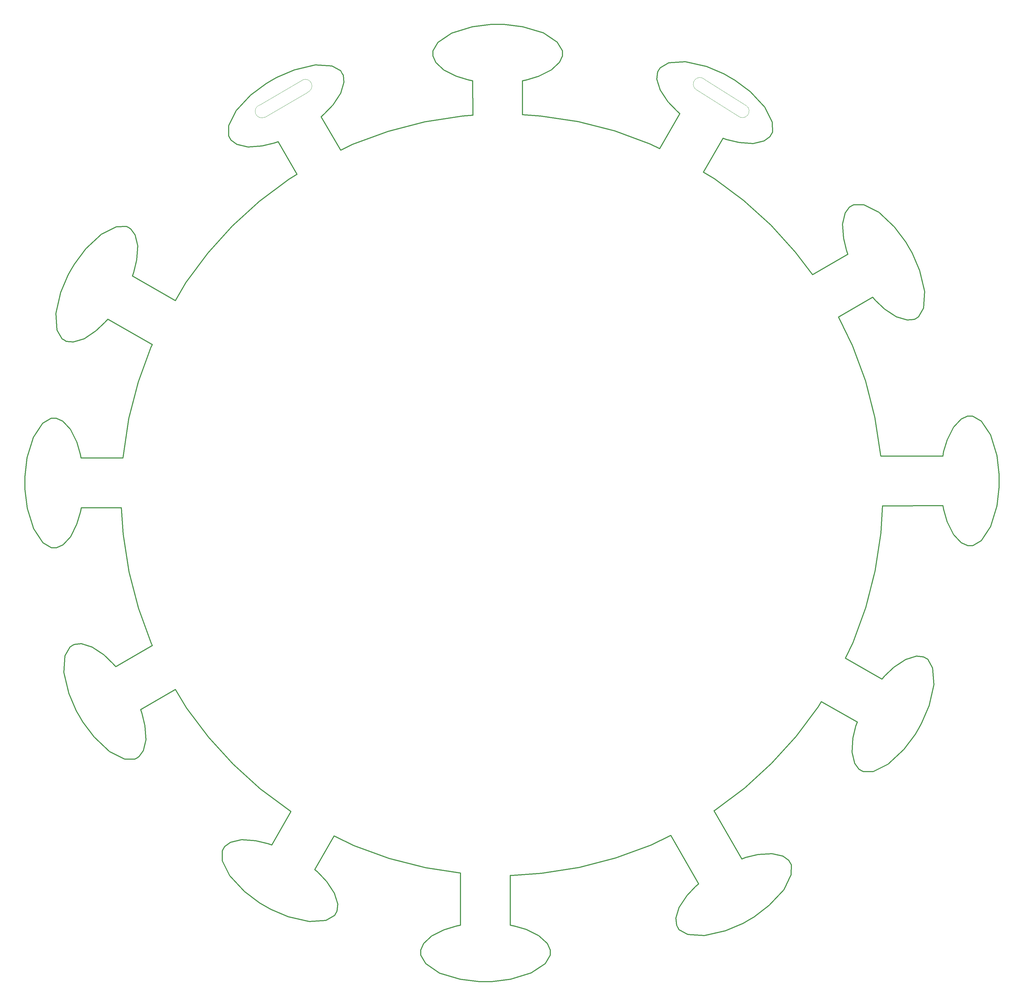
<source format=gm1>
%TF.GenerationSoftware,KiCad,Pcbnew,(5.1.9)-1*%
%TF.CreationDate,2021-07-16T12:39:06-07:00*%
%TF.ProjectId,CoronaBadge1,436f726f-6e61-4426-9164-6765312e6b69,rev?*%
%TF.SameCoordinates,Original*%
%TF.FileFunction,Profile,NP*%
%FSLAX46Y46*%
G04 Gerber Fmt 4.6, Leading zero omitted, Abs format (unit mm)*
G04 Created by KiCad (PCBNEW (5.1.9)-1) date 2021-07-16 12:39:06*
%MOMM*%
%LPD*%
G01*
G04 APERTURE LIST*
%TA.AperFunction,Profile*%
%ADD10C,0.050000*%
%TD*%
%TA.AperFunction,Profile*%
%ADD11C,0.312500*%
%TD*%
G04 APERTURE END LIST*
D10*
X131276806Y-58759461D02*
X117534427Y-66778846D01*
X129683781Y-54817426D02*
X115823193Y-62890543D01*
X117534427Y-66778846D02*
G75*
G02*
X115823193Y-62890543I-938464J1907691D01*
G01*
X129683786Y-54817425D02*
G75*
G02*
X131276805Y-58759459I820253J-1961422D01*
G01*
X255238950Y-57833260D02*
X268800000Y-66400000D01*
X271458807Y-63086701D02*
G75*
G02*
X268800000Y-66400000I-1258808J-1713300D01*
G01*
X255238950Y-57833260D02*
G75*
G02*
X257999999Y-54600001I1361050J1633260D01*
G01*
X258000000Y-54600000D02*
X271458807Y-63086701D01*
D11*
X99358145Y-110166049D02*
X107197980Y-101514110D01*
X92363867Y-119540803D02*
X99358145Y-110166049D01*
X278734398Y-318738791D02*
X283424450Y-313707582D01*
X264786765Y-326816262D02*
X270389047Y-324426823D01*
X256233556Y-311817905D02*
X255225302Y-312682936D01*
X315662307Y-245370823D02*
X314797568Y-246384037D01*
X285771206Y-308907069D02*
X285810325Y-305726437D01*
X314797568Y-246384037D02*
X303126185Y-239667721D01*
X270389047Y-324426823D02*
X272132900Y-323417147D01*
X275138740Y-302478667D02*
X271231759Y-303410078D01*
X279628752Y-302181499D02*
X275138740Y-302478667D01*
X283138015Y-302989501D02*
X279628752Y-302181499D01*
X285005705Y-304334545D02*
X283138015Y-302989501D01*
X272132900Y-323417147D02*
X273872972Y-322407009D01*
X249523308Y-325695076D02*
X249977442Y-326481671D01*
X329444875Y-240084237D02*
X328658689Y-239633818D01*
X325761905Y-239050124D02*
X322317904Y-240105296D01*
X285356200Y-304939779D02*
X285005705Y-304334545D01*
X252756731Y-328029990D02*
X258088623Y-328382038D01*
X285810325Y-305726437D02*
X285356200Y-304939779D01*
X273872972Y-322407009D02*
X278734398Y-318738791D01*
X252471393Y-315607727D02*
X249977532Y-319354756D01*
X258088623Y-328382038D02*
X264786765Y-326816262D01*
X249977442Y-326481671D02*
X252756731Y-328029990D01*
X331368078Y-248188686D02*
X331003172Y-242860935D01*
X249172822Y-325089779D02*
X249523308Y-325695076D01*
X318578518Y-242611253D02*
X315662307Y-245370823D01*
X328658689Y-239633818D02*
X328050060Y-239285028D01*
X248934432Y-322802727D02*
X249172822Y-325089779D01*
X249977532Y-319354756D02*
X248934432Y-322802727D01*
X255225302Y-312682936D02*
X252471393Y-315607727D01*
X247293592Y-296379923D02*
X256233556Y-311817905D01*
X328050060Y-239285028D02*
X325761905Y-239050124D01*
X331003172Y-242860935D02*
X329444875Y-240084237D01*
X247293592Y-296379923D02*
X247293592Y-296379923D01*
X322317904Y-240105296D02*
X318578518Y-242611253D01*
X329822402Y-254895156D02*
X331368078Y-248188686D01*
X283424450Y-313707582D02*
X285771206Y-308907069D01*
X104753495Y-299897143D02*
X104408296Y-300503002D01*
X134557706Y-308160725D02*
X133546964Y-307296650D01*
X115934903Y-317935766D02*
X117683837Y-318940787D01*
X131739887Y-323866181D02*
X137070808Y-323501524D01*
X118526180Y-298936179D02*
X114615555Y-298013114D01*
X125924795Y-288701341D02*
X119782596Y-299375259D01*
X119782596Y-299375259D02*
X118526180Y-298936179D01*
X167355949Y-333032030D02*
X167355534Y-333731042D01*
X201147093Y-326431059D02*
X197295940Y-325283222D01*
X180108985Y-325066651D02*
X178801525Y-325312617D01*
X103954269Y-301292084D02*
X103999440Y-304470527D01*
X167354931Y-334638837D02*
X168988115Y-337370322D01*
X140878362Y-318260637D02*
X139823207Y-314816510D01*
X205182807Y-328418395D02*
X201147093Y-326431059D01*
X137070808Y-323501524D02*
X139844345Y-321942916D01*
X103999440Y-304470527D02*
X106362306Y-309261760D01*
X168290992Y-330932548D02*
X167355949Y-333032030D01*
X190086176Y-343056056D02*
X196131032Y-342310721D01*
X173428409Y-340339202D02*
X180013046Y-342336764D01*
X186057781Y-343062720D02*
X188075515Y-343061615D01*
X167355534Y-333731042D02*
X167354931Y-334638837D01*
X180013046Y-342336764D02*
X186057781Y-343062720D01*
X56638357Y-235329940D02*
X56036431Y-235681537D01*
X137317311Y-311076684D02*
X134557706Y-308160725D01*
X111066197Y-314281145D02*
X115934903Y-317935766D01*
X202710030Y-340297086D02*
X207141742Y-337316895D01*
X207141742Y-337316895D02*
X208764985Y-334579250D01*
X53698584Y-238910704D02*
X53349994Y-244243078D01*
X55246465Y-236134561D02*
X53698584Y-238910704D01*
X117683837Y-318940787D02*
X119429014Y-319945158D01*
X110123508Y-297725689D02*
X106614786Y-298545547D01*
X197295940Y-325283222D02*
X195990138Y-325042493D01*
X271231759Y-303410078D02*
X269976815Y-303854656D01*
X56036431Y-235681537D02*
X55246465Y-236134561D01*
X62373380Y-236134651D02*
X58925471Y-235091559D01*
X58925471Y-235091559D02*
X56638357Y-235329940D01*
X66120471Y-238628520D02*
X62373380Y-236134651D01*
X106614786Y-298545547D02*
X104753495Y-299897143D01*
X208764985Y-334579250D02*
X208765579Y-333671517D01*
X178801525Y-325312617D02*
X174952697Y-326471248D01*
X180084793Y-308348541D02*
X180108985Y-325066651D01*
X208765579Y-333671517D02*
X208762237Y-332971855D01*
X196131032Y-342310721D02*
X202710030Y-340297086D01*
X69913715Y-242390517D02*
X69045637Y-241379275D01*
X133546964Y-307296650D02*
X139740036Y-296534324D01*
X139823207Y-314816510D02*
X137317311Y-311076684D01*
X139844345Y-321942916D02*
X140297253Y-321157268D01*
X119429014Y-319945158D02*
X125035836Y-322321547D01*
X207819023Y-330875530D02*
X205182807Y-328418395D01*
X106362306Y-309261760D02*
X111066197Y-314281145D01*
X195990138Y-325042493D02*
X195967545Y-309106632D01*
X208762237Y-332971855D02*
X207819023Y-330875530D01*
X174952697Y-326471248D02*
X170919037Y-328470187D01*
X170919037Y-328470187D02*
X168290992Y-330932548D01*
X140646087Y-320548325D02*
X140878362Y-318260637D01*
X168988115Y-337370322D02*
X173428409Y-340339202D01*
X114615555Y-298013114D02*
X110123508Y-297725689D01*
X188075515Y-343061615D02*
X190086176Y-343056056D01*
X81627574Y-235603836D02*
X69913715Y-242390517D01*
X269976815Y-303854656D02*
X261086307Y-288504887D01*
X140297253Y-321157268D02*
X140646087Y-320548325D01*
X69045637Y-241379275D02*
X66120471Y-238628520D01*
X125035836Y-322321547D02*
X131739887Y-323866181D01*
X104408296Y-300503002D02*
X103954269Y-301292084D01*
X81176804Y-140228887D02*
X81598348Y-139498751D01*
X92363867Y-119540803D02*
X88970168Y-125418862D01*
X125184369Y-86630706D02*
X127857283Y-85001275D01*
X115826062Y-93646254D02*
X125184369Y-86630706D01*
X107197980Y-101514110D02*
X115826062Y-93646254D01*
X352247830Y-180991587D02*
X351502469Y-174946728D01*
X352254915Y-185020041D02*
X352252945Y-183006033D01*
X351525079Y-191064877D02*
X352254915Y-185020041D01*
X334504314Y-192276227D02*
X335659133Y-196123884D01*
X334258553Y-190973284D02*
X334504314Y-192276227D01*
X303438634Y-109332608D02*
X303884029Y-110587666D01*
X304968565Y-95212046D02*
X304363768Y-95559396D01*
X315000000Y-191000000D02*
X334258553Y-190973284D01*
X304363768Y-95559396D02*
X303018319Y-97424465D01*
X305755975Y-94754819D02*
X304968565Y-95212046D01*
X313733573Y-97140842D02*
X308933172Y-94792820D01*
X326510894Y-130587659D02*
X328058521Y-127808274D01*
X340121037Y-202786314D02*
X342219530Y-203725708D01*
X325723485Y-131044885D02*
X326510894Y-130587659D01*
X322828239Y-131630153D02*
X325118775Y-131391606D01*
X315633590Y-128090676D02*
X319380607Y-130586458D01*
X351502469Y-174946728D02*
X349488908Y-168367740D01*
X346561311Y-202092745D02*
X349527692Y-197649539D01*
X346509371Y-163935478D02*
X343771111Y-162313432D01*
X349527692Y-197649539D02*
X351525079Y-191064877D01*
X337658526Y-200158890D02*
X340121037Y-202786314D01*
X335659133Y-196123884D02*
X337658526Y-200158890D01*
X342219530Y-203725708D02*
X342922238Y-203725354D01*
X327446830Y-260502092D02*
X329822402Y-254895156D01*
X308933172Y-94792820D02*
X305755975Y-94754819D01*
X343771111Y-162313432D02*
X342863028Y-162315353D01*
X343830950Y-203723520D02*
X346561311Y-202092745D01*
X328058521Y-127808274D02*
X328407365Y-122479141D01*
X334474894Y-173782450D02*
X334233854Y-175091414D01*
X349488908Y-168367740D02*
X346509371Y-163935478D01*
X326442460Y-262247269D02*
X327446830Y-260502092D01*
X328407365Y-122479141D02*
X326844706Y-115778868D01*
X352252945Y-183006033D02*
X352247830Y-180991587D01*
X302507387Y-105426291D02*
X303438634Y-109332608D01*
X303018319Y-97424465D02*
X302206822Y-100935807D01*
X318764178Y-101830169D02*
X313733573Y-97140842D01*
X323442386Y-108435493D02*
X322432206Y-106691569D01*
X324452374Y-110176185D02*
X323442386Y-108435493D01*
X326844706Y-115778868D02*
X324452374Y-110176185D01*
X342164093Y-162316232D02*
X340067352Y-163258747D01*
X325438089Y-263992447D02*
X326442460Y-262247269D01*
X321783069Y-268864944D02*
X325438089Y-263992447D01*
X319380607Y-130586458D02*
X322828239Y-131630153D01*
X316762779Y-273569351D02*
X321783069Y-268864944D01*
X307394979Y-275177077D02*
X308003520Y-275526496D01*
X342922238Y-203725354D02*
X343830950Y-203723520D01*
X334233854Y-175091414D02*
X314411005Y-175118913D01*
X322432206Y-106691569D02*
X318764178Y-101830169D01*
X335623423Y-169931393D02*
X334474894Y-173782450D01*
X311971987Y-275932278D02*
X316762779Y-273569351D01*
X308793568Y-275976811D02*
X311971987Y-275932278D01*
X295421304Y-253558015D02*
X306876117Y-260151602D01*
X308003520Y-275526496D02*
X308793568Y-275976811D01*
X306046965Y-273313079D02*
X307394979Y-275177077D01*
X305227736Y-269804445D02*
X306046965Y-273313079D01*
X306436859Y-261406071D02*
X305514850Y-265315559D01*
X305514850Y-265315559D02*
X305227736Y-269804445D01*
X306876117Y-260151602D02*
X306436859Y-261406071D01*
X303884029Y-110587666D02*
X292573101Y-117140603D01*
X302206822Y-100935807D02*
X302507387Y-105426291D01*
X325118775Y-131391606D02*
X325723485Y-131044885D01*
X337610116Y-165894308D02*
X335623423Y-169931393D01*
X340067352Y-163258747D02*
X337610116Y-165894308D01*
X342863028Y-162315353D02*
X342164093Y-162316232D01*
X205628017Y-66362417D02*
X217710962Y-68188511D01*
X171241952Y-46504696D02*
X171242552Y-47201028D01*
X252001208Y-49024412D02*
X246670313Y-49388881D01*
X183873764Y-37862110D02*
X177294776Y-39875671D01*
X258703992Y-50568934D02*
X252001208Y-49024412D01*
X240562346Y-75248741D02*
X243757657Y-76782405D01*
X172862427Y-42855837D02*
X171239839Y-45593381D01*
X267806140Y-54955205D02*
X266059354Y-53953175D01*
X191932002Y-37114692D02*
X189918710Y-37116121D01*
X212650469Y-45534259D02*
X211019868Y-42802639D01*
X205051533Y-53701044D02*
X209085297Y-51705966D01*
X199992439Y-37835727D02*
X193946990Y-37110293D01*
X312708134Y-125339239D02*
X315633590Y-128090676D01*
X272674951Y-58609071D02*
X267806140Y-54955205D01*
X311843644Y-124331702D02*
X312708134Y-125339239D01*
X300932951Y-130652429D02*
X311843644Y-124331702D01*
X287141178Y-109897663D02*
X292573101Y-117140603D01*
X269124849Y-74877832D02*
X273617596Y-75164841D01*
X229376647Y-71170837D02*
X240562346Y-75248741D01*
X172185784Y-49297227D02*
X174821432Y-51753834D01*
X270625000Y-93426788D02*
X279277087Y-101270169D01*
X278987171Y-72996532D02*
X279334807Y-72391590D01*
X277123173Y-74344546D02*
X278987171Y-72996532D01*
X212652098Y-47140472D02*
X212652040Y-46444857D01*
X211713876Y-49239769D02*
X212652098Y-47140472D01*
X178858867Y-53738012D02*
X182708753Y-54885737D01*
X174821432Y-51753834D02*
X178858867Y-53738012D01*
X279277087Y-101270169D02*
X287141178Y-109897663D01*
X246420630Y-61813535D02*
X249180288Y-64729117D01*
X243918534Y-58074045D02*
X246420630Y-61813535D01*
X243446532Y-51737033D02*
X243097550Y-52342430D01*
X266059354Y-53953175D02*
X264310840Y-52945135D01*
X242863362Y-54630044D02*
X243918534Y-58074045D01*
X243097550Y-52342430D02*
X242863362Y-54630044D01*
X189918710Y-37116121D02*
X183873764Y-37862110D01*
X209085297Y-51705966D02*
X211713876Y-49239769D01*
X279789524Y-71602154D02*
X279741114Y-68419350D01*
X263961800Y-73519256D02*
X265215011Y-73958338D01*
X212652040Y-46444857D02*
X212650469Y-45534259D01*
X279334807Y-72391590D02*
X279789524Y-71602154D01*
X273617596Y-75164841D02*
X277123173Y-74344546D01*
X193946990Y-37110293D02*
X191932002Y-37114692D01*
X177294776Y-39875671D02*
X172862427Y-42855837D01*
X261246052Y-86435003D02*
X270625000Y-93426788D01*
X199915872Y-65987384D02*
X205628017Y-66362417D01*
X257748055Y-84317574D02*
X261246052Y-86435003D01*
X250192977Y-65597630D02*
X243757657Y-76782405D01*
X277378099Y-63629187D02*
X272674951Y-58609071D01*
X199898537Y-55109625D02*
X201207125Y-54860162D01*
X243900533Y-50948139D02*
X243446532Y-51737033D01*
X264310840Y-52945135D02*
X258703992Y-50568934D01*
X182708753Y-54885737D02*
X184017821Y-55130638D01*
X211019868Y-42802639D02*
X206577012Y-39833743D01*
X279741114Y-68419350D02*
X277378099Y-63629187D01*
X265215011Y-73958338D02*
X269124849Y-74877832D01*
X206577012Y-39833743D02*
X199992439Y-37835727D01*
X257748055Y-84317574D02*
X263961800Y-73519256D01*
X217710962Y-68188511D02*
X229376647Y-71170837D01*
X184017821Y-55130638D02*
X184033505Y-66174140D01*
X171242552Y-47201028D02*
X172185784Y-49297227D01*
X249180288Y-64729117D02*
X250192977Y-65597630D01*
X171239839Y-45593381D02*
X171241952Y-46504696D01*
X201207125Y-54860162D02*
X205051533Y-53701044D01*
X246670313Y-49388881D02*
X243900533Y-50948139D01*
X141822660Y-51957144D02*
X139043363Y-50408888D01*
X106794562Y-74104934D02*
X108663051Y-75450217D01*
X105989922Y-72712718D02*
X106446963Y-73503308D01*
X113065797Y-59700741D02*
X108376095Y-64734499D01*
X59843720Y-137584886D02*
X63580238Y-135077889D01*
X121414960Y-54016189D02*
X119674205Y-55026168D01*
X127013241Y-51623244D02*
X121414960Y-54016189D01*
X88970168Y-125418862D02*
X75284947Y-117544913D01*
X133714055Y-50061302D02*
X127013241Y-51623244D01*
X121826545Y-74588394D02*
X127857283Y-85001275D01*
X60376063Y-108824250D02*
X56724440Y-113697220D01*
X66496172Y-132318922D02*
X67363643Y-131308652D01*
X139329260Y-62831741D02*
X141822526Y-59084373D01*
X56399681Y-138639412D02*
X59843720Y-137584886D01*
X53506421Y-138059414D02*
X54111755Y-138408386D01*
X76111287Y-104375993D02*
X74763063Y-102515812D01*
X52713918Y-137605552D02*
X53506421Y-138059414D01*
X51159157Y-134829345D02*
X52713918Y-137605552D01*
X70186894Y-101756881D02*
X65395424Y-104120997D01*
X54714985Y-117191323D02*
X52335718Y-122793898D01*
X199915872Y-65987384D02*
X199898537Y-55109625D01*
X65395424Y-104120997D02*
X60376063Y-108824250D01*
X106446963Y-73503308D02*
X106794562Y-74104934D01*
X142865154Y-55639798D02*
X142627149Y-53349979D01*
X50793999Y-129502200D02*
X51159157Y-134829345D01*
X73365250Y-101712340D02*
X70186894Y-101756881D01*
X54111755Y-138408386D02*
X56399681Y-138639412D01*
X136578102Y-65759800D02*
X139329260Y-62831741D01*
X63580238Y-135077889D02*
X66496172Y-132318922D01*
X180745585Y-66400825D02*
X184033505Y-66174140D01*
X55719418Y-115446154D02*
X54714985Y-117191323D01*
X108376095Y-64734499D02*
X106028363Y-69535582D01*
X108663051Y-75450217D02*
X112171123Y-76261259D01*
X74763063Y-102515812D02*
X74157666Y-102166831D01*
X141822526Y-59084373D02*
X142865154Y-55639798D01*
X117930219Y-56036339D02*
X113065797Y-59700741D01*
X142280078Y-52747785D02*
X141822660Y-51957144D01*
X135569952Y-66628692D02*
X136578102Y-65759800D01*
X141776373Y-77345038D02*
X135569952Y-66628692D01*
X52335718Y-122793898D02*
X50793999Y-129502200D01*
X67363643Y-131308652D02*
X81598348Y-139498751D01*
X56724440Y-113697220D02*
X55719418Y-115446154D01*
X74157666Y-102166831D02*
X73365250Y-101712340D01*
X199915872Y-65987384D02*
X199915872Y-65987384D01*
X168668987Y-68258164D02*
X180745585Y-66400825D01*
X157011562Y-71273312D02*
X168668987Y-68258164D01*
X145837372Y-75382092D02*
X157011562Y-71273312D01*
X139043363Y-50408888D02*
X133714055Y-50061302D01*
X141776373Y-77345038D02*
X145837372Y-75382092D01*
X120568238Y-75029491D02*
X121826545Y-74588394D01*
X142627149Y-53349979D02*
X142280078Y-52747785D01*
X75284947Y-117544913D02*
X75724139Y-116287230D01*
X76643657Y-112376754D02*
X76931082Y-107884706D01*
X116661670Y-75960703D02*
X120568238Y-75029491D01*
X112171123Y-76261259D02*
X116661670Y-75960703D01*
X106028363Y-69535582D02*
X105989922Y-72712718D01*
X75724139Y-116287230D02*
X76643657Y-112376754D01*
X76931082Y-107884706D02*
X76111287Y-104375993D01*
X119674205Y-55026168D02*
X117930219Y-56036339D01*
X50915890Y-162986510D02*
X50219750Y-162990342D01*
X50975540Y-204396572D02*
X53072454Y-203449593D01*
X43650723Y-198341858D02*
X46630938Y-202772933D01*
X49365337Y-204395083D02*
X50276316Y-204396770D01*
X77394154Y-271159696D02*
X78738722Y-269294505D01*
X40889658Y-183707185D02*
X40891813Y-185717372D01*
X46577548Y-164619311D02*
X43608756Y-169058976D01*
X49308621Y-162989275D02*
X46577548Y-164619311D01*
X43608756Y-169058976D02*
X41611099Y-175644241D01*
X58905466Y-191621346D02*
X71746984Y-191603130D01*
X79550597Y-265783215D02*
X79249906Y-261292714D01*
X125924795Y-288701341D02*
X125472495Y-288427550D01*
X116097740Y-281433271D02*
X107445190Y-273593223D01*
X58881269Y-175739547D02*
X58632408Y-174428479D01*
X76792235Y-271510780D02*
X77394154Y-271159696D01*
X72820997Y-271928827D02*
X76002190Y-271964370D01*
X68024002Y-269581664D02*
X72820997Y-271928827D01*
X62989364Y-264891840D02*
X68024002Y-269581664D01*
X57305359Y-256542881D02*
X58315036Y-258286735D01*
X72328685Y-200044337D02*
X71746984Y-191603130D01*
X81313261Y-234953651D02*
X77204684Y-223780771D01*
X46630938Y-202772933D02*
X49365337Y-204395083D01*
X57476560Y-170584525D02*
X55477646Y-166550227D01*
X59321627Y-260026954D02*
X62989364Y-264891840D01*
X76002190Y-271964370D02*
X76792235Y-271510780D01*
X72253557Y-175720588D02*
X58881269Y-175739547D01*
X78738722Y-269294505D02*
X79550597Y-265783215D01*
X40891813Y-185717372D02*
X41637236Y-191761599D01*
X54911936Y-250943892D02*
X57305359Y-256542881D01*
X81627574Y-235603836D02*
X81313261Y-234953651D01*
X74116912Y-163079676D02*
X77099340Y-151414646D01*
X50276316Y-204396770D02*
X50975540Y-204396572D01*
X58632408Y-174428479D02*
X57476560Y-170584525D01*
X72290165Y-175163172D02*
X74116912Y-163079676D01*
X40885149Y-181688976D02*
X40889658Y-183707185D01*
X53014910Y-163925336D02*
X50915890Y-162986510D01*
X58315036Y-258286735D02*
X59321627Y-260026954D01*
X77876939Y-256134414D02*
X88966383Y-249709815D01*
X79249906Y-261292714D02*
X78318558Y-257385742D01*
X78318558Y-257385742D02*
X77876939Y-256134414D01*
X53349994Y-244243078D02*
X54911936Y-250943892D01*
X77099340Y-151414646D02*
X81176804Y-140228887D01*
X92559044Y-255606261D02*
X88966383Y-249709815D01*
X99577360Y-264964953D02*
X92559044Y-255606261D01*
X107445190Y-273593223D02*
X99577360Y-264964953D01*
X50219750Y-162990342D02*
X49308621Y-162989275D01*
X125472495Y-288427550D02*
X116097740Y-281433271D01*
X74189473Y-212123338D02*
X72328685Y-200044337D01*
X55477646Y-166550227D02*
X53014910Y-163925336D01*
X77204684Y-223780771D02*
X74189473Y-212123338D01*
X72253557Y-175720588D02*
X72290165Y-175163172D01*
X58661215Y-192926659D02*
X58905466Y-191621346D01*
X57513528Y-196777191D02*
X58661215Y-192926659D01*
X55529064Y-200817151D02*
X57513528Y-196777191D01*
X41637236Y-191761599D02*
X43650723Y-198341858D01*
X41611099Y-175644241D02*
X40885149Y-181688976D01*
X53072454Y-203449593D02*
X55529064Y-200817151D01*
X205972893Y-308462231D02*
X196641811Y-309105318D01*
X247293592Y-296379923D02*
X240885360Y-299478029D01*
X309619740Y-223448686D02*
X305541836Y-234634384D01*
X229708069Y-303586057D02*
X218053788Y-306601643D01*
X157341952Y-303691338D02*
X146156193Y-299613874D01*
X180084793Y-308348541D02*
X169007602Y-306673916D01*
X309514207Y-151082535D02*
X312529793Y-162736815D01*
X305409551Y-139906353D02*
X309514207Y-151082535D01*
X300932951Y-130652429D02*
X305409551Y-139906353D01*
X312601437Y-211782913D02*
X309619740Y-223448686D01*
X287364227Y-264693894D02*
X279524706Y-273345877D01*
X295421304Y-253558015D02*
X294355486Y-255318720D01*
X294355486Y-255318720D02*
X287364227Y-264693894D01*
X261534169Y-288231910D02*
X261086307Y-288504887D01*
X146156193Y-299613874D02*
X139740036Y-296534324D01*
X240885360Y-299478029D02*
X229708069Y-303586057D01*
X169007602Y-306673916D02*
X157341952Y-303691338D01*
X314390293Y-174818340D02*
X314411005Y-175118913D01*
X312529793Y-162736815D02*
X314390293Y-174818340D01*
X279524706Y-273345877D02*
X270892914Y-281213217D01*
X305541836Y-234634384D02*
X303126185Y-239667721D01*
X314428161Y-199700055D02*
X312601437Y-211782913D01*
X270892914Y-281213217D02*
X261534169Y-288231910D01*
X196641811Y-309105318D02*
X195967545Y-309106632D01*
X218053788Y-306601643D02*
X205972893Y-308462231D01*
X315000000Y-191000000D02*
X314428161Y-199700055D01*
M02*

</source>
